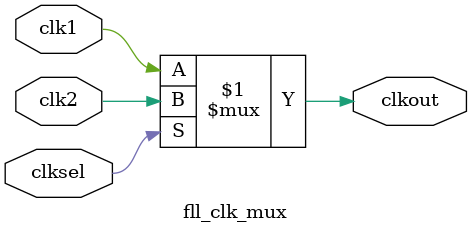
<source format=v>
module fll_clk_mux (
    input   clk1,
    input   clk2,
    input   clksel,
    output  clkout
);

    assign clkout = clksel ? clk2 : clk1;

endmodule

</source>
